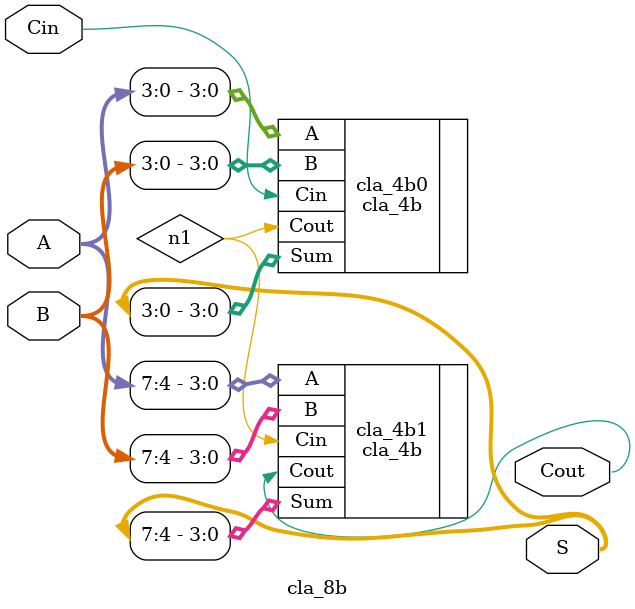
<source format=sv>
`timescale 1ns/1ns

module cla_8b (
	input [7:0] A, B, 
	input Cin,
	output [7:0] S,
	output Cout 
);


// Internal nets
wire n1;

cla_4b cla_4b0(.A(A[3:0]), .B(B[3:0]), .Cin(Cin), .Sum(S[3:0]), .Cout(n1));
cla_4b cla_4b1(.A(A[7:4]), .B(B[7:4]), .Cin(n1), .Sum(S[7:4]), .Cout(Cout));

endmodule

</source>
